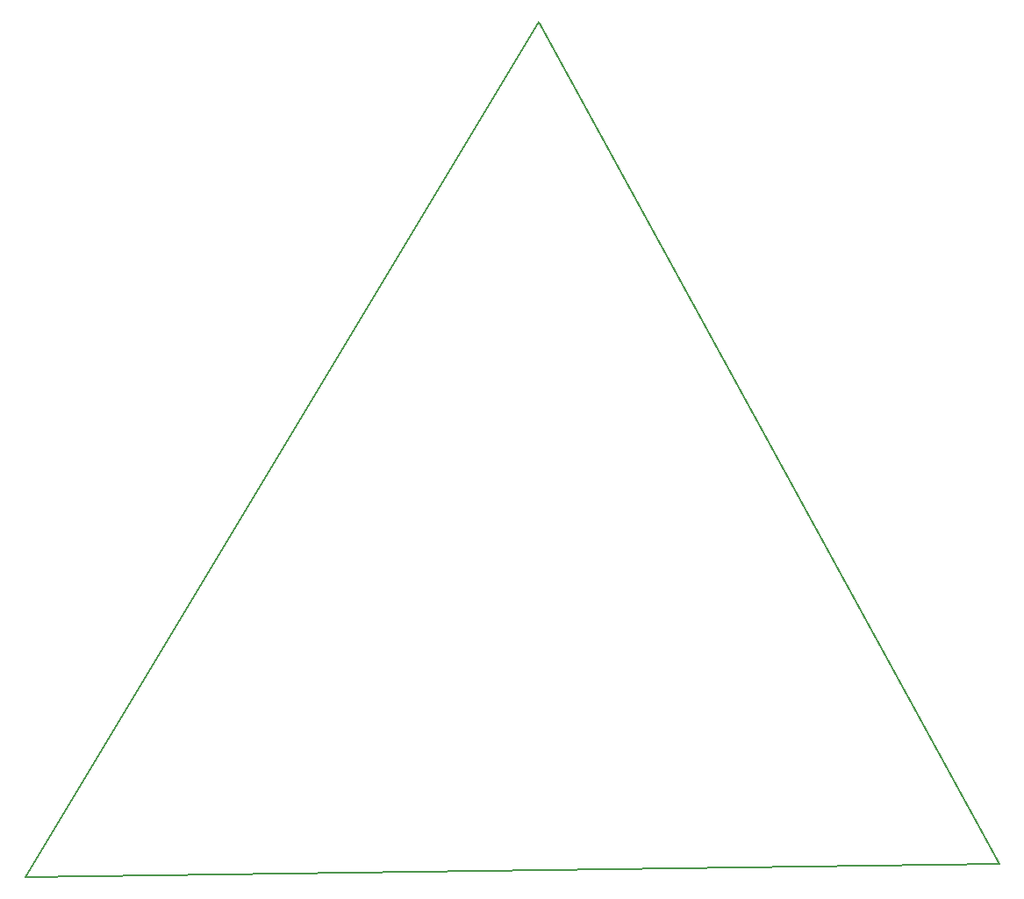
<source format=gbr>
G04 EAGLE Gerber X2 export*
%TF.Part,Single*%
%TF.FileFunction,Copper,L1,Top,Mixed*%
%TF.FilePolarity,Positive*%
%TF.GenerationSoftware,Autodesk,EAGLE,8.7.1*%
%TF.CreationDate,2018-04-25T02:37:23Z*%
G75*
%MOMM*%
%FSLAX34Y34*%
%LPD*%
%AMOC8*
5,1,8,0,0,1.08239X$1,22.5*%
G01*
%ADD10C,0.152400*%


D10*
X0Y0D02*
X495300Y825500D01*
X939800Y12700D01*
X0Y0D01*
M02*

</source>
